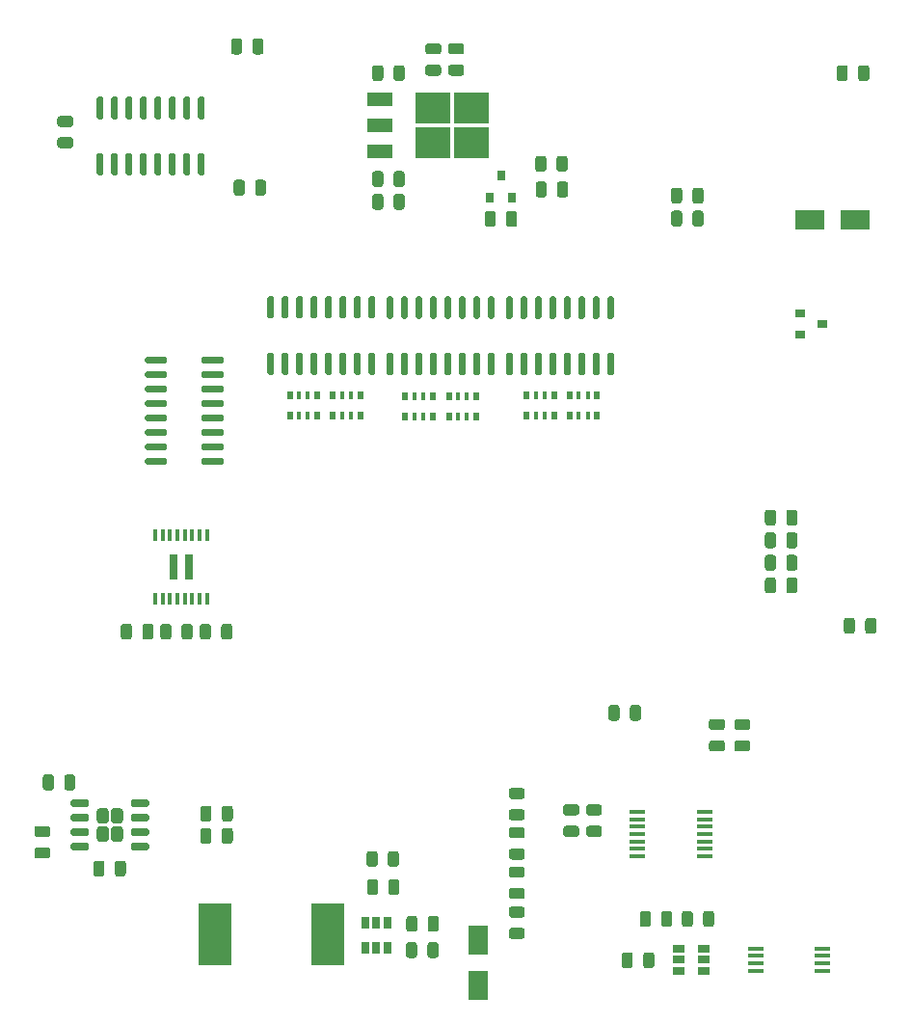
<source format=gbr>
G04 #@! TF.GenerationSoftware,KiCad,Pcbnew,(5.1.6)-1*
G04 #@! TF.CreationDate,2020-07-20T23:37:44+02:00*
G04 #@! TF.ProjectId,TrackRay_H02,54726163-6b52-4617-995f-4830322e6b69,rev?*
G04 #@! TF.SameCoordinates,Original*
G04 #@! TF.FileFunction,Paste,Bot*
G04 #@! TF.FilePolarity,Positive*
%FSLAX46Y46*%
G04 Gerber Fmt 4.6, Leading zero omitted, Abs format (unit mm)*
G04 Created by KiCad (PCBNEW (5.1.6)-1) date 2020-07-20 23:37:44*
%MOMM*%
%LPD*%
G01*
G04 APERTURE LIST*
%ADD10R,1.450000X0.450000*%
%ADD11R,2.500000X1.800000*%
%ADD12R,3.050000X2.750000*%
%ADD13R,2.200000X1.200000*%
%ADD14R,0.900000X0.800000*%
%ADD15R,2.900000X5.400000*%
%ADD16R,0.650000X1.060000*%
%ADD17R,1.060000X0.650000*%
%ADD18R,0.800000X2.300000*%
%ADD19R,0.450000X1.050000*%
%ADD20R,0.500000X0.800000*%
%ADD21R,0.400000X0.800000*%
%ADD22R,0.800000X0.900000*%
%ADD23R,1.800000X2.500000*%
G04 APERTURE END LIST*
G36*
G01*
X73750000Y-10443750D02*
X73750000Y-11356250D01*
G75*
G02*
X73506250Y-11600000I-243750J0D01*
G01*
X73018750Y-11600000D01*
G75*
G02*
X72775000Y-11356250I0J243750D01*
G01*
X72775000Y-10443750D01*
G75*
G02*
X73018750Y-10200000I243750J0D01*
G01*
X73506250Y-10200000D01*
G75*
G02*
X73750000Y-10443750I0J-243750D01*
G01*
G37*
G36*
G01*
X75625000Y-10443750D02*
X75625000Y-11356250D01*
G75*
G02*
X75381250Y-11600000I-243750J0D01*
G01*
X74893750Y-11600000D01*
G75*
G02*
X74650000Y-11356250I0J243750D01*
G01*
X74650000Y-10443750D01*
G75*
G02*
X74893750Y-10200000I243750J0D01*
G01*
X75381250Y-10200000D01*
G75*
G02*
X75625000Y-10443750I0J-243750D01*
G01*
G37*
D10*
X61141400Y-79674000D03*
X61141400Y-79024000D03*
X61141400Y-78374000D03*
X61141400Y-77724000D03*
X61141400Y-77074000D03*
X61141400Y-76424000D03*
X61141400Y-75774000D03*
X55241400Y-75774000D03*
X55241400Y-76424000D03*
X55241400Y-77074000D03*
X55241400Y-77724000D03*
X55241400Y-78374000D03*
X55241400Y-79024000D03*
X55241400Y-79674000D03*
G36*
G01*
X45134850Y-74632400D02*
X44222350Y-74632400D01*
G75*
G02*
X43978600Y-74388650I0J243750D01*
G01*
X43978600Y-73901150D01*
G75*
G02*
X44222350Y-73657400I243750J0D01*
G01*
X45134850Y-73657400D01*
G75*
G02*
X45378600Y-73901150I0J-243750D01*
G01*
X45378600Y-74388650D01*
G75*
G02*
X45134850Y-74632400I-243750J0D01*
G01*
G37*
G36*
G01*
X45134850Y-76507400D02*
X44222350Y-76507400D01*
G75*
G02*
X43978600Y-76263650I0J243750D01*
G01*
X43978600Y-75776150D01*
G75*
G02*
X44222350Y-75532400I243750J0D01*
G01*
X45134850Y-75532400D01*
G75*
G02*
X45378600Y-75776150I0J-243750D01*
G01*
X45378600Y-76263650D01*
G75*
G02*
X45134850Y-76507400I-243750J0D01*
G01*
G37*
D11*
X74400000Y-23800000D03*
X70400000Y-23800000D03*
G36*
G01*
X33350000Y-80356250D02*
X33350000Y-79443750D01*
G75*
G02*
X33593750Y-79200000I243750J0D01*
G01*
X34081250Y-79200000D01*
G75*
G02*
X34325000Y-79443750I0J-243750D01*
G01*
X34325000Y-80356250D01*
G75*
G02*
X34081250Y-80600000I-243750J0D01*
G01*
X33593750Y-80600000D01*
G75*
G02*
X33350000Y-80356250I0J243750D01*
G01*
G37*
G36*
G01*
X31475000Y-80356250D02*
X31475000Y-79443750D01*
G75*
G02*
X31718750Y-79200000I243750J0D01*
G01*
X32206250Y-79200000D01*
G75*
G02*
X32450000Y-79443750I0J-243750D01*
G01*
X32450000Y-80356250D01*
G75*
G02*
X32206250Y-80600000I-243750J0D01*
G01*
X31718750Y-80600000D01*
G75*
G02*
X31475000Y-80356250I0J243750D01*
G01*
G37*
G36*
G01*
X75275000Y-59881250D02*
X75275000Y-58968750D01*
G75*
G02*
X75518750Y-58725000I243750J0D01*
G01*
X76006250Y-58725000D01*
G75*
G02*
X76250000Y-58968750I0J-243750D01*
G01*
X76250000Y-59881250D01*
G75*
G02*
X76006250Y-60125000I-243750J0D01*
G01*
X75518750Y-60125000D01*
G75*
G02*
X75275000Y-59881250I0J243750D01*
G01*
G37*
G36*
G01*
X73400000Y-59881250D02*
X73400000Y-58968750D01*
G75*
G02*
X73643750Y-58725000I243750J0D01*
G01*
X74131250Y-58725000D01*
G75*
G02*
X74375000Y-58968750I0J-243750D01*
G01*
X74375000Y-59881250D01*
G75*
G02*
X74131250Y-60125000I-243750J0D01*
G01*
X73643750Y-60125000D01*
G75*
G02*
X73400000Y-59881250I0J243750D01*
G01*
G37*
D12*
X37300000Y-13975000D03*
X40650000Y-17025000D03*
X37300000Y-17025000D03*
X40650000Y-13975000D03*
D13*
X32675000Y-13220000D03*
X32675000Y-15500000D03*
X32675000Y-17780000D03*
G36*
G01*
X36848200Y-86054250D02*
X36848200Y-85141750D01*
G75*
G02*
X37091950Y-84898000I243750J0D01*
G01*
X37579450Y-84898000D01*
G75*
G02*
X37823200Y-85141750I0J-243750D01*
G01*
X37823200Y-86054250D01*
G75*
G02*
X37579450Y-86298000I-243750J0D01*
G01*
X37091950Y-86298000D01*
G75*
G02*
X36848200Y-86054250I0J243750D01*
G01*
G37*
G36*
G01*
X34973200Y-86054250D02*
X34973200Y-85141750D01*
G75*
G02*
X35216950Y-84898000I243750J0D01*
G01*
X35704450Y-84898000D01*
G75*
G02*
X35948200Y-85141750I0J-243750D01*
G01*
X35948200Y-86054250D01*
G75*
G02*
X35704450Y-86298000I-243750J0D01*
G01*
X35216950Y-86298000D01*
G75*
G02*
X34973200Y-86054250I0J243750D01*
G01*
G37*
G36*
G01*
X36822800Y-88365650D02*
X36822800Y-87453150D01*
G75*
G02*
X37066550Y-87209400I243750J0D01*
G01*
X37554050Y-87209400D01*
G75*
G02*
X37797800Y-87453150I0J-243750D01*
G01*
X37797800Y-88365650D01*
G75*
G02*
X37554050Y-88609400I-243750J0D01*
G01*
X37066550Y-88609400D01*
G75*
G02*
X36822800Y-88365650I0J243750D01*
G01*
G37*
G36*
G01*
X34947800Y-88365650D02*
X34947800Y-87453150D01*
G75*
G02*
X35191550Y-87209400I243750J0D01*
G01*
X35679050Y-87209400D01*
G75*
G02*
X35922800Y-87453150I0J-243750D01*
G01*
X35922800Y-88365650D01*
G75*
G02*
X35679050Y-88609400I-243750J0D01*
G01*
X35191550Y-88609400D01*
G75*
G02*
X34947800Y-88365650I0J243750D01*
G01*
G37*
G36*
G01*
X3453450Y-77985200D02*
X2540950Y-77985200D01*
G75*
G02*
X2297200Y-77741450I0J243750D01*
G01*
X2297200Y-77253950D01*
G75*
G02*
X2540950Y-77010200I243750J0D01*
G01*
X3453450Y-77010200D01*
G75*
G02*
X3697200Y-77253950I0J-243750D01*
G01*
X3697200Y-77741450D01*
G75*
G02*
X3453450Y-77985200I-243750J0D01*
G01*
G37*
G36*
G01*
X3453450Y-79860200D02*
X2540950Y-79860200D01*
G75*
G02*
X2297200Y-79616450I0J243750D01*
G01*
X2297200Y-79128950D01*
G75*
G02*
X2540950Y-78885200I243750J0D01*
G01*
X3453450Y-78885200D01*
G75*
G02*
X3697200Y-79128950I0J-243750D01*
G01*
X3697200Y-79616450D01*
G75*
G02*
X3453450Y-79860200I-243750J0D01*
G01*
G37*
G36*
G01*
X60129000Y-84709950D02*
X60129000Y-85622450D01*
G75*
G02*
X59885250Y-85866200I-243750J0D01*
G01*
X59397750Y-85866200D01*
G75*
G02*
X59154000Y-85622450I0J243750D01*
G01*
X59154000Y-84709950D01*
G75*
G02*
X59397750Y-84466200I243750J0D01*
G01*
X59885250Y-84466200D01*
G75*
G02*
X60129000Y-84709950I0J-243750D01*
G01*
G37*
G36*
G01*
X62004000Y-84709950D02*
X62004000Y-85622450D01*
G75*
G02*
X61760250Y-85866200I-243750J0D01*
G01*
X61272750Y-85866200D01*
G75*
G02*
X61029000Y-85622450I0J243750D01*
G01*
X61029000Y-84709950D01*
G75*
G02*
X61272750Y-84466200I243750J0D01*
G01*
X61760250Y-84466200D01*
G75*
G02*
X62004000Y-84709950I0J-243750D01*
G01*
G37*
G36*
G01*
X54871200Y-88342150D02*
X54871200Y-89254650D01*
G75*
G02*
X54627450Y-89498400I-243750J0D01*
G01*
X54139950Y-89498400D01*
G75*
G02*
X53896200Y-89254650I0J243750D01*
G01*
X53896200Y-88342150D01*
G75*
G02*
X54139950Y-88098400I243750J0D01*
G01*
X54627450Y-88098400D01*
G75*
G02*
X54871200Y-88342150I0J-243750D01*
G01*
G37*
G36*
G01*
X56746200Y-88342150D02*
X56746200Y-89254650D01*
G75*
G02*
X56502450Y-89498400I-243750J0D01*
G01*
X56014950Y-89498400D01*
G75*
G02*
X55771200Y-89254650I0J243750D01*
G01*
X55771200Y-88342150D01*
G75*
G02*
X56014950Y-88098400I243750J0D01*
G01*
X56502450Y-88098400D01*
G75*
G02*
X56746200Y-88342150I0J-243750D01*
G01*
G37*
D14*
X71545200Y-32933600D03*
X69545200Y-31983600D03*
X69545200Y-33883600D03*
D15*
X28038600Y-86537800D03*
X18138600Y-86537800D03*
D16*
X32334200Y-87688600D03*
X31384200Y-87688600D03*
X33284200Y-87688600D03*
X33284200Y-85488600D03*
X32334200Y-85488600D03*
X31384200Y-85488600D03*
D17*
X58869400Y-88747600D03*
X58869400Y-87797600D03*
X58869400Y-89697600D03*
X61069400Y-89697600D03*
X61069400Y-88747600D03*
X61069400Y-87797600D03*
D18*
X15849200Y-54254400D03*
X14529200Y-54254400D03*
D19*
X12914200Y-57029400D03*
X13564200Y-57029400D03*
X14214200Y-57029400D03*
X14864200Y-57029400D03*
X15514200Y-57029400D03*
X16164200Y-57029400D03*
X16814200Y-57029400D03*
X17464200Y-57029400D03*
X17464200Y-51479400D03*
X16814200Y-51479400D03*
X16164200Y-51479400D03*
X15514200Y-51479400D03*
X14864200Y-51479400D03*
X14214200Y-51479400D03*
X13564200Y-51479400D03*
X12914200Y-51479400D03*
G36*
G01*
X16968600Y-45133400D02*
X16968600Y-44833400D01*
G75*
G02*
X17118600Y-44683400I150000J0D01*
G01*
X18768600Y-44683400D01*
G75*
G02*
X18918600Y-44833400I0J-150000D01*
G01*
X18918600Y-45133400D01*
G75*
G02*
X18768600Y-45283400I-150000J0D01*
G01*
X17118600Y-45283400D01*
G75*
G02*
X16968600Y-45133400I0J150000D01*
G01*
G37*
G36*
G01*
X16968600Y-43863400D02*
X16968600Y-43563400D01*
G75*
G02*
X17118600Y-43413400I150000J0D01*
G01*
X18768600Y-43413400D01*
G75*
G02*
X18918600Y-43563400I0J-150000D01*
G01*
X18918600Y-43863400D01*
G75*
G02*
X18768600Y-44013400I-150000J0D01*
G01*
X17118600Y-44013400D01*
G75*
G02*
X16968600Y-43863400I0J150000D01*
G01*
G37*
G36*
G01*
X16968600Y-42593400D02*
X16968600Y-42293400D01*
G75*
G02*
X17118600Y-42143400I150000J0D01*
G01*
X18768600Y-42143400D01*
G75*
G02*
X18918600Y-42293400I0J-150000D01*
G01*
X18918600Y-42593400D01*
G75*
G02*
X18768600Y-42743400I-150000J0D01*
G01*
X17118600Y-42743400D01*
G75*
G02*
X16968600Y-42593400I0J150000D01*
G01*
G37*
G36*
G01*
X16968600Y-41323400D02*
X16968600Y-41023400D01*
G75*
G02*
X17118600Y-40873400I150000J0D01*
G01*
X18768600Y-40873400D01*
G75*
G02*
X18918600Y-41023400I0J-150000D01*
G01*
X18918600Y-41323400D01*
G75*
G02*
X18768600Y-41473400I-150000J0D01*
G01*
X17118600Y-41473400D01*
G75*
G02*
X16968600Y-41323400I0J150000D01*
G01*
G37*
G36*
G01*
X16968600Y-40053400D02*
X16968600Y-39753400D01*
G75*
G02*
X17118600Y-39603400I150000J0D01*
G01*
X18768600Y-39603400D01*
G75*
G02*
X18918600Y-39753400I0J-150000D01*
G01*
X18918600Y-40053400D01*
G75*
G02*
X18768600Y-40203400I-150000J0D01*
G01*
X17118600Y-40203400D01*
G75*
G02*
X16968600Y-40053400I0J150000D01*
G01*
G37*
G36*
G01*
X16968600Y-38783400D02*
X16968600Y-38483400D01*
G75*
G02*
X17118600Y-38333400I150000J0D01*
G01*
X18768600Y-38333400D01*
G75*
G02*
X18918600Y-38483400I0J-150000D01*
G01*
X18918600Y-38783400D01*
G75*
G02*
X18768600Y-38933400I-150000J0D01*
G01*
X17118600Y-38933400D01*
G75*
G02*
X16968600Y-38783400I0J150000D01*
G01*
G37*
G36*
G01*
X16968600Y-37513400D02*
X16968600Y-37213400D01*
G75*
G02*
X17118600Y-37063400I150000J0D01*
G01*
X18768600Y-37063400D01*
G75*
G02*
X18918600Y-37213400I0J-150000D01*
G01*
X18918600Y-37513400D01*
G75*
G02*
X18768600Y-37663400I-150000J0D01*
G01*
X17118600Y-37663400D01*
G75*
G02*
X16968600Y-37513400I0J150000D01*
G01*
G37*
G36*
G01*
X16968600Y-36243400D02*
X16968600Y-35943400D01*
G75*
G02*
X17118600Y-35793400I150000J0D01*
G01*
X18768600Y-35793400D01*
G75*
G02*
X18918600Y-35943400I0J-150000D01*
G01*
X18918600Y-36243400D01*
G75*
G02*
X18768600Y-36393400I-150000J0D01*
G01*
X17118600Y-36393400D01*
G75*
G02*
X16968600Y-36243400I0J150000D01*
G01*
G37*
G36*
G01*
X12018600Y-36243400D02*
X12018600Y-35943400D01*
G75*
G02*
X12168600Y-35793400I150000J0D01*
G01*
X13818600Y-35793400D01*
G75*
G02*
X13968600Y-35943400I0J-150000D01*
G01*
X13968600Y-36243400D01*
G75*
G02*
X13818600Y-36393400I-150000J0D01*
G01*
X12168600Y-36393400D01*
G75*
G02*
X12018600Y-36243400I0J150000D01*
G01*
G37*
G36*
G01*
X12018600Y-37513400D02*
X12018600Y-37213400D01*
G75*
G02*
X12168600Y-37063400I150000J0D01*
G01*
X13818600Y-37063400D01*
G75*
G02*
X13968600Y-37213400I0J-150000D01*
G01*
X13968600Y-37513400D01*
G75*
G02*
X13818600Y-37663400I-150000J0D01*
G01*
X12168600Y-37663400D01*
G75*
G02*
X12018600Y-37513400I0J150000D01*
G01*
G37*
G36*
G01*
X12018600Y-38783400D02*
X12018600Y-38483400D01*
G75*
G02*
X12168600Y-38333400I150000J0D01*
G01*
X13818600Y-38333400D01*
G75*
G02*
X13968600Y-38483400I0J-150000D01*
G01*
X13968600Y-38783400D01*
G75*
G02*
X13818600Y-38933400I-150000J0D01*
G01*
X12168600Y-38933400D01*
G75*
G02*
X12018600Y-38783400I0J150000D01*
G01*
G37*
G36*
G01*
X12018600Y-40053400D02*
X12018600Y-39753400D01*
G75*
G02*
X12168600Y-39603400I150000J0D01*
G01*
X13818600Y-39603400D01*
G75*
G02*
X13968600Y-39753400I0J-150000D01*
G01*
X13968600Y-40053400D01*
G75*
G02*
X13818600Y-40203400I-150000J0D01*
G01*
X12168600Y-40203400D01*
G75*
G02*
X12018600Y-40053400I0J150000D01*
G01*
G37*
G36*
G01*
X12018600Y-41323400D02*
X12018600Y-41023400D01*
G75*
G02*
X12168600Y-40873400I150000J0D01*
G01*
X13818600Y-40873400D01*
G75*
G02*
X13968600Y-41023400I0J-150000D01*
G01*
X13968600Y-41323400D01*
G75*
G02*
X13818600Y-41473400I-150000J0D01*
G01*
X12168600Y-41473400D01*
G75*
G02*
X12018600Y-41323400I0J150000D01*
G01*
G37*
G36*
G01*
X12018600Y-42593400D02*
X12018600Y-42293400D01*
G75*
G02*
X12168600Y-42143400I150000J0D01*
G01*
X13818600Y-42143400D01*
G75*
G02*
X13968600Y-42293400I0J-150000D01*
G01*
X13968600Y-42593400D01*
G75*
G02*
X13818600Y-42743400I-150000J0D01*
G01*
X12168600Y-42743400D01*
G75*
G02*
X12018600Y-42593400I0J150000D01*
G01*
G37*
G36*
G01*
X12018600Y-43863400D02*
X12018600Y-43563400D01*
G75*
G02*
X12168600Y-43413400I150000J0D01*
G01*
X13818600Y-43413400D01*
G75*
G02*
X13968600Y-43563400I0J-150000D01*
G01*
X13968600Y-43863400D01*
G75*
G02*
X13818600Y-44013400I-150000J0D01*
G01*
X12168600Y-44013400D01*
G75*
G02*
X12018600Y-43863400I0J150000D01*
G01*
G37*
G36*
G01*
X12018600Y-45133400D02*
X12018600Y-44833400D01*
G75*
G02*
X12168600Y-44683400I150000J0D01*
G01*
X13818600Y-44683400D01*
G75*
G02*
X13968600Y-44833400I0J-150000D01*
G01*
X13968600Y-45133400D01*
G75*
G02*
X13818600Y-45283400I-150000J0D01*
G01*
X12168600Y-45283400D01*
G75*
G02*
X12018600Y-45133400I0J150000D01*
G01*
G37*
G36*
G01*
X42593400Y-37409800D02*
X42293400Y-37409800D01*
G75*
G02*
X42143400Y-37259800I0J150000D01*
G01*
X42143400Y-35609800D01*
G75*
G02*
X42293400Y-35459800I150000J0D01*
G01*
X42593400Y-35459800D01*
G75*
G02*
X42743400Y-35609800I0J-150000D01*
G01*
X42743400Y-37259800D01*
G75*
G02*
X42593400Y-37409800I-150000J0D01*
G01*
G37*
G36*
G01*
X41323400Y-37409800D02*
X41023400Y-37409800D01*
G75*
G02*
X40873400Y-37259800I0J150000D01*
G01*
X40873400Y-35609800D01*
G75*
G02*
X41023400Y-35459800I150000J0D01*
G01*
X41323400Y-35459800D01*
G75*
G02*
X41473400Y-35609800I0J-150000D01*
G01*
X41473400Y-37259800D01*
G75*
G02*
X41323400Y-37409800I-150000J0D01*
G01*
G37*
G36*
G01*
X40053400Y-37409800D02*
X39753400Y-37409800D01*
G75*
G02*
X39603400Y-37259800I0J150000D01*
G01*
X39603400Y-35609800D01*
G75*
G02*
X39753400Y-35459800I150000J0D01*
G01*
X40053400Y-35459800D01*
G75*
G02*
X40203400Y-35609800I0J-150000D01*
G01*
X40203400Y-37259800D01*
G75*
G02*
X40053400Y-37409800I-150000J0D01*
G01*
G37*
G36*
G01*
X38783400Y-37409800D02*
X38483400Y-37409800D01*
G75*
G02*
X38333400Y-37259800I0J150000D01*
G01*
X38333400Y-35609800D01*
G75*
G02*
X38483400Y-35459800I150000J0D01*
G01*
X38783400Y-35459800D01*
G75*
G02*
X38933400Y-35609800I0J-150000D01*
G01*
X38933400Y-37259800D01*
G75*
G02*
X38783400Y-37409800I-150000J0D01*
G01*
G37*
G36*
G01*
X37513400Y-37409800D02*
X37213400Y-37409800D01*
G75*
G02*
X37063400Y-37259800I0J150000D01*
G01*
X37063400Y-35609800D01*
G75*
G02*
X37213400Y-35459800I150000J0D01*
G01*
X37513400Y-35459800D01*
G75*
G02*
X37663400Y-35609800I0J-150000D01*
G01*
X37663400Y-37259800D01*
G75*
G02*
X37513400Y-37409800I-150000J0D01*
G01*
G37*
G36*
G01*
X36243400Y-37409800D02*
X35943400Y-37409800D01*
G75*
G02*
X35793400Y-37259800I0J150000D01*
G01*
X35793400Y-35609800D01*
G75*
G02*
X35943400Y-35459800I150000J0D01*
G01*
X36243400Y-35459800D01*
G75*
G02*
X36393400Y-35609800I0J-150000D01*
G01*
X36393400Y-37259800D01*
G75*
G02*
X36243400Y-37409800I-150000J0D01*
G01*
G37*
G36*
G01*
X34973400Y-37409800D02*
X34673400Y-37409800D01*
G75*
G02*
X34523400Y-37259800I0J150000D01*
G01*
X34523400Y-35609800D01*
G75*
G02*
X34673400Y-35459800I150000J0D01*
G01*
X34973400Y-35459800D01*
G75*
G02*
X35123400Y-35609800I0J-150000D01*
G01*
X35123400Y-37259800D01*
G75*
G02*
X34973400Y-37409800I-150000J0D01*
G01*
G37*
G36*
G01*
X33703400Y-37409800D02*
X33403400Y-37409800D01*
G75*
G02*
X33253400Y-37259800I0J150000D01*
G01*
X33253400Y-35609800D01*
G75*
G02*
X33403400Y-35459800I150000J0D01*
G01*
X33703400Y-35459800D01*
G75*
G02*
X33853400Y-35609800I0J-150000D01*
G01*
X33853400Y-37259800D01*
G75*
G02*
X33703400Y-37409800I-150000J0D01*
G01*
G37*
G36*
G01*
X33703400Y-32459800D02*
X33403400Y-32459800D01*
G75*
G02*
X33253400Y-32309800I0J150000D01*
G01*
X33253400Y-30659800D01*
G75*
G02*
X33403400Y-30509800I150000J0D01*
G01*
X33703400Y-30509800D01*
G75*
G02*
X33853400Y-30659800I0J-150000D01*
G01*
X33853400Y-32309800D01*
G75*
G02*
X33703400Y-32459800I-150000J0D01*
G01*
G37*
G36*
G01*
X34973400Y-32459800D02*
X34673400Y-32459800D01*
G75*
G02*
X34523400Y-32309800I0J150000D01*
G01*
X34523400Y-30659800D01*
G75*
G02*
X34673400Y-30509800I150000J0D01*
G01*
X34973400Y-30509800D01*
G75*
G02*
X35123400Y-30659800I0J-150000D01*
G01*
X35123400Y-32309800D01*
G75*
G02*
X34973400Y-32459800I-150000J0D01*
G01*
G37*
G36*
G01*
X36243400Y-32459800D02*
X35943400Y-32459800D01*
G75*
G02*
X35793400Y-32309800I0J150000D01*
G01*
X35793400Y-30659800D01*
G75*
G02*
X35943400Y-30509800I150000J0D01*
G01*
X36243400Y-30509800D01*
G75*
G02*
X36393400Y-30659800I0J-150000D01*
G01*
X36393400Y-32309800D01*
G75*
G02*
X36243400Y-32459800I-150000J0D01*
G01*
G37*
G36*
G01*
X37513400Y-32459800D02*
X37213400Y-32459800D01*
G75*
G02*
X37063400Y-32309800I0J150000D01*
G01*
X37063400Y-30659800D01*
G75*
G02*
X37213400Y-30509800I150000J0D01*
G01*
X37513400Y-30509800D01*
G75*
G02*
X37663400Y-30659800I0J-150000D01*
G01*
X37663400Y-32309800D01*
G75*
G02*
X37513400Y-32459800I-150000J0D01*
G01*
G37*
G36*
G01*
X38783400Y-32459800D02*
X38483400Y-32459800D01*
G75*
G02*
X38333400Y-32309800I0J150000D01*
G01*
X38333400Y-30659800D01*
G75*
G02*
X38483400Y-30509800I150000J0D01*
G01*
X38783400Y-30509800D01*
G75*
G02*
X38933400Y-30659800I0J-150000D01*
G01*
X38933400Y-32309800D01*
G75*
G02*
X38783400Y-32459800I-150000J0D01*
G01*
G37*
G36*
G01*
X40053400Y-32459800D02*
X39753400Y-32459800D01*
G75*
G02*
X39603400Y-32309800I0J150000D01*
G01*
X39603400Y-30659800D01*
G75*
G02*
X39753400Y-30509800I150000J0D01*
G01*
X40053400Y-30509800D01*
G75*
G02*
X40203400Y-30659800I0J-150000D01*
G01*
X40203400Y-32309800D01*
G75*
G02*
X40053400Y-32459800I-150000J0D01*
G01*
G37*
G36*
G01*
X41323400Y-32459800D02*
X41023400Y-32459800D01*
G75*
G02*
X40873400Y-32309800I0J150000D01*
G01*
X40873400Y-30659800D01*
G75*
G02*
X41023400Y-30509800I150000J0D01*
G01*
X41323400Y-30509800D01*
G75*
G02*
X41473400Y-30659800I0J-150000D01*
G01*
X41473400Y-32309800D01*
G75*
G02*
X41323400Y-32459800I-150000J0D01*
G01*
G37*
G36*
G01*
X42593400Y-32459800D02*
X42293400Y-32459800D01*
G75*
G02*
X42143400Y-32309800I0J150000D01*
G01*
X42143400Y-30659800D01*
G75*
G02*
X42293400Y-30509800I150000J0D01*
G01*
X42593400Y-30509800D01*
G75*
G02*
X42743400Y-30659800I0J-150000D01*
G01*
X42743400Y-32309800D01*
G75*
G02*
X42593400Y-32459800I-150000J0D01*
G01*
G37*
G36*
G01*
X32103200Y-37398600D02*
X31803200Y-37398600D01*
G75*
G02*
X31653200Y-37248600I0J150000D01*
G01*
X31653200Y-35598600D01*
G75*
G02*
X31803200Y-35448600I150000J0D01*
G01*
X32103200Y-35448600D01*
G75*
G02*
X32253200Y-35598600I0J-150000D01*
G01*
X32253200Y-37248600D01*
G75*
G02*
X32103200Y-37398600I-150000J0D01*
G01*
G37*
G36*
G01*
X30833200Y-37398600D02*
X30533200Y-37398600D01*
G75*
G02*
X30383200Y-37248600I0J150000D01*
G01*
X30383200Y-35598600D01*
G75*
G02*
X30533200Y-35448600I150000J0D01*
G01*
X30833200Y-35448600D01*
G75*
G02*
X30983200Y-35598600I0J-150000D01*
G01*
X30983200Y-37248600D01*
G75*
G02*
X30833200Y-37398600I-150000J0D01*
G01*
G37*
G36*
G01*
X29563200Y-37398600D02*
X29263200Y-37398600D01*
G75*
G02*
X29113200Y-37248600I0J150000D01*
G01*
X29113200Y-35598600D01*
G75*
G02*
X29263200Y-35448600I150000J0D01*
G01*
X29563200Y-35448600D01*
G75*
G02*
X29713200Y-35598600I0J-150000D01*
G01*
X29713200Y-37248600D01*
G75*
G02*
X29563200Y-37398600I-150000J0D01*
G01*
G37*
G36*
G01*
X28293200Y-37398600D02*
X27993200Y-37398600D01*
G75*
G02*
X27843200Y-37248600I0J150000D01*
G01*
X27843200Y-35598600D01*
G75*
G02*
X27993200Y-35448600I150000J0D01*
G01*
X28293200Y-35448600D01*
G75*
G02*
X28443200Y-35598600I0J-150000D01*
G01*
X28443200Y-37248600D01*
G75*
G02*
X28293200Y-37398600I-150000J0D01*
G01*
G37*
G36*
G01*
X27023200Y-37398600D02*
X26723200Y-37398600D01*
G75*
G02*
X26573200Y-37248600I0J150000D01*
G01*
X26573200Y-35598600D01*
G75*
G02*
X26723200Y-35448600I150000J0D01*
G01*
X27023200Y-35448600D01*
G75*
G02*
X27173200Y-35598600I0J-150000D01*
G01*
X27173200Y-37248600D01*
G75*
G02*
X27023200Y-37398600I-150000J0D01*
G01*
G37*
G36*
G01*
X25753200Y-37398600D02*
X25453200Y-37398600D01*
G75*
G02*
X25303200Y-37248600I0J150000D01*
G01*
X25303200Y-35598600D01*
G75*
G02*
X25453200Y-35448600I150000J0D01*
G01*
X25753200Y-35448600D01*
G75*
G02*
X25903200Y-35598600I0J-150000D01*
G01*
X25903200Y-37248600D01*
G75*
G02*
X25753200Y-37398600I-150000J0D01*
G01*
G37*
G36*
G01*
X24483200Y-37398600D02*
X24183200Y-37398600D01*
G75*
G02*
X24033200Y-37248600I0J150000D01*
G01*
X24033200Y-35598600D01*
G75*
G02*
X24183200Y-35448600I150000J0D01*
G01*
X24483200Y-35448600D01*
G75*
G02*
X24633200Y-35598600I0J-150000D01*
G01*
X24633200Y-37248600D01*
G75*
G02*
X24483200Y-37398600I-150000J0D01*
G01*
G37*
G36*
G01*
X23213200Y-37398600D02*
X22913200Y-37398600D01*
G75*
G02*
X22763200Y-37248600I0J150000D01*
G01*
X22763200Y-35598600D01*
G75*
G02*
X22913200Y-35448600I150000J0D01*
G01*
X23213200Y-35448600D01*
G75*
G02*
X23363200Y-35598600I0J-150000D01*
G01*
X23363200Y-37248600D01*
G75*
G02*
X23213200Y-37398600I-150000J0D01*
G01*
G37*
G36*
G01*
X23213200Y-32448600D02*
X22913200Y-32448600D01*
G75*
G02*
X22763200Y-32298600I0J150000D01*
G01*
X22763200Y-30648600D01*
G75*
G02*
X22913200Y-30498600I150000J0D01*
G01*
X23213200Y-30498600D01*
G75*
G02*
X23363200Y-30648600I0J-150000D01*
G01*
X23363200Y-32298600D01*
G75*
G02*
X23213200Y-32448600I-150000J0D01*
G01*
G37*
G36*
G01*
X24483200Y-32448600D02*
X24183200Y-32448600D01*
G75*
G02*
X24033200Y-32298600I0J150000D01*
G01*
X24033200Y-30648600D01*
G75*
G02*
X24183200Y-30498600I150000J0D01*
G01*
X24483200Y-30498600D01*
G75*
G02*
X24633200Y-30648600I0J-150000D01*
G01*
X24633200Y-32298600D01*
G75*
G02*
X24483200Y-32448600I-150000J0D01*
G01*
G37*
G36*
G01*
X25753200Y-32448600D02*
X25453200Y-32448600D01*
G75*
G02*
X25303200Y-32298600I0J150000D01*
G01*
X25303200Y-30648600D01*
G75*
G02*
X25453200Y-30498600I150000J0D01*
G01*
X25753200Y-30498600D01*
G75*
G02*
X25903200Y-30648600I0J-150000D01*
G01*
X25903200Y-32298600D01*
G75*
G02*
X25753200Y-32448600I-150000J0D01*
G01*
G37*
G36*
G01*
X27023200Y-32448600D02*
X26723200Y-32448600D01*
G75*
G02*
X26573200Y-32298600I0J150000D01*
G01*
X26573200Y-30648600D01*
G75*
G02*
X26723200Y-30498600I150000J0D01*
G01*
X27023200Y-30498600D01*
G75*
G02*
X27173200Y-30648600I0J-150000D01*
G01*
X27173200Y-32298600D01*
G75*
G02*
X27023200Y-32448600I-150000J0D01*
G01*
G37*
G36*
G01*
X28293200Y-32448600D02*
X27993200Y-32448600D01*
G75*
G02*
X27843200Y-32298600I0J150000D01*
G01*
X27843200Y-30648600D01*
G75*
G02*
X27993200Y-30498600I150000J0D01*
G01*
X28293200Y-30498600D01*
G75*
G02*
X28443200Y-30648600I0J-150000D01*
G01*
X28443200Y-32298600D01*
G75*
G02*
X28293200Y-32448600I-150000J0D01*
G01*
G37*
G36*
G01*
X29563200Y-32448600D02*
X29263200Y-32448600D01*
G75*
G02*
X29113200Y-32298600I0J150000D01*
G01*
X29113200Y-30648600D01*
G75*
G02*
X29263200Y-30498600I150000J0D01*
G01*
X29563200Y-30498600D01*
G75*
G02*
X29713200Y-30648600I0J-150000D01*
G01*
X29713200Y-32298600D01*
G75*
G02*
X29563200Y-32448600I-150000J0D01*
G01*
G37*
G36*
G01*
X30833200Y-32448600D02*
X30533200Y-32448600D01*
G75*
G02*
X30383200Y-32298600I0J150000D01*
G01*
X30383200Y-30648600D01*
G75*
G02*
X30533200Y-30498600I150000J0D01*
G01*
X30833200Y-30498600D01*
G75*
G02*
X30983200Y-30648600I0J-150000D01*
G01*
X30983200Y-32298600D01*
G75*
G02*
X30833200Y-32448600I-150000J0D01*
G01*
G37*
G36*
G01*
X32103200Y-32448600D02*
X31803200Y-32448600D01*
G75*
G02*
X31653200Y-32298600I0J150000D01*
G01*
X31653200Y-30648600D01*
G75*
G02*
X31803200Y-30498600I150000J0D01*
G01*
X32103200Y-30498600D01*
G75*
G02*
X32253200Y-30648600I0J-150000D01*
G01*
X32253200Y-32298600D01*
G75*
G02*
X32103200Y-32448600I-150000J0D01*
G01*
G37*
G36*
G01*
X53058200Y-37409800D02*
X52758200Y-37409800D01*
G75*
G02*
X52608200Y-37259800I0J150000D01*
G01*
X52608200Y-35609800D01*
G75*
G02*
X52758200Y-35459800I150000J0D01*
G01*
X53058200Y-35459800D01*
G75*
G02*
X53208200Y-35609800I0J-150000D01*
G01*
X53208200Y-37259800D01*
G75*
G02*
X53058200Y-37409800I-150000J0D01*
G01*
G37*
G36*
G01*
X51788200Y-37409800D02*
X51488200Y-37409800D01*
G75*
G02*
X51338200Y-37259800I0J150000D01*
G01*
X51338200Y-35609800D01*
G75*
G02*
X51488200Y-35459800I150000J0D01*
G01*
X51788200Y-35459800D01*
G75*
G02*
X51938200Y-35609800I0J-150000D01*
G01*
X51938200Y-37259800D01*
G75*
G02*
X51788200Y-37409800I-150000J0D01*
G01*
G37*
G36*
G01*
X50518200Y-37409800D02*
X50218200Y-37409800D01*
G75*
G02*
X50068200Y-37259800I0J150000D01*
G01*
X50068200Y-35609800D01*
G75*
G02*
X50218200Y-35459800I150000J0D01*
G01*
X50518200Y-35459800D01*
G75*
G02*
X50668200Y-35609800I0J-150000D01*
G01*
X50668200Y-37259800D01*
G75*
G02*
X50518200Y-37409800I-150000J0D01*
G01*
G37*
G36*
G01*
X49248200Y-37409800D02*
X48948200Y-37409800D01*
G75*
G02*
X48798200Y-37259800I0J150000D01*
G01*
X48798200Y-35609800D01*
G75*
G02*
X48948200Y-35459800I150000J0D01*
G01*
X49248200Y-35459800D01*
G75*
G02*
X49398200Y-35609800I0J-150000D01*
G01*
X49398200Y-37259800D01*
G75*
G02*
X49248200Y-37409800I-150000J0D01*
G01*
G37*
G36*
G01*
X47978200Y-37409800D02*
X47678200Y-37409800D01*
G75*
G02*
X47528200Y-37259800I0J150000D01*
G01*
X47528200Y-35609800D01*
G75*
G02*
X47678200Y-35459800I150000J0D01*
G01*
X47978200Y-35459800D01*
G75*
G02*
X48128200Y-35609800I0J-150000D01*
G01*
X48128200Y-37259800D01*
G75*
G02*
X47978200Y-37409800I-150000J0D01*
G01*
G37*
G36*
G01*
X46708200Y-37409800D02*
X46408200Y-37409800D01*
G75*
G02*
X46258200Y-37259800I0J150000D01*
G01*
X46258200Y-35609800D01*
G75*
G02*
X46408200Y-35459800I150000J0D01*
G01*
X46708200Y-35459800D01*
G75*
G02*
X46858200Y-35609800I0J-150000D01*
G01*
X46858200Y-37259800D01*
G75*
G02*
X46708200Y-37409800I-150000J0D01*
G01*
G37*
G36*
G01*
X45438200Y-37409800D02*
X45138200Y-37409800D01*
G75*
G02*
X44988200Y-37259800I0J150000D01*
G01*
X44988200Y-35609800D01*
G75*
G02*
X45138200Y-35459800I150000J0D01*
G01*
X45438200Y-35459800D01*
G75*
G02*
X45588200Y-35609800I0J-150000D01*
G01*
X45588200Y-37259800D01*
G75*
G02*
X45438200Y-37409800I-150000J0D01*
G01*
G37*
G36*
G01*
X44168200Y-37409800D02*
X43868200Y-37409800D01*
G75*
G02*
X43718200Y-37259800I0J150000D01*
G01*
X43718200Y-35609800D01*
G75*
G02*
X43868200Y-35459800I150000J0D01*
G01*
X44168200Y-35459800D01*
G75*
G02*
X44318200Y-35609800I0J-150000D01*
G01*
X44318200Y-37259800D01*
G75*
G02*
X44168200Y-37409800I-150000J0D01*
G01*
G37*
G36*
G01*
X44168200Y-32459800D02*
X43868200Y-32459800D01*
G75*
G02*
X43718200Y-32309800I0J150000D01*
G01*
X43718200Y-30659800D01*
G75*
G02*
X43868200Y-30509800I150000J0D01*
G01*
X44168200Y-30509800D01*
G75*
G02*
X44318200Y-30659800I0J-150000D01*
G01*
X44318200Y-32309800D01*
G75*
G02*
X44168200Y-32459800I-150000J0D01*
G01*
G37*
G36*
G01*
X45438200Y-32459800D02*
X45138200Y-32459800D01*
G75*
G02*
X44988200Y-32309800I0J150000D01*
G01*
X44988200Y-30659800D01*
G75*
G02*
X45138200Y-30509800I150000J0D01*
G01*
X45438200Y-30509800D01*
G75*
G02*
X45588200Y-30659800I0J-150000D01*
G01*
X45588200Y-32309800D01*
G75*
G02*
X45438200Y-32459800I-150000J0D01*
G01*
G37*
G36*
G01*
X46708200Y-32459800D02*
X46408200Y-32459800D01*
G75*
G02*
X46258200Y-32309800I0J150000D01*
G01*
X46258200Y-30659800D01*
G75*
G02*
X46408200Y-30509800I150000J0D01*
G01*
X46708200Y-30509800D01*
G75*
G02*
X46858200Y-30659800I0J-150000D01*
G01*
X46858200Y-32309800D01*
G75*
G02*
X46708200Y-32459800I-150000J0D01*
G01*
G37*
G36*
G01*
X47978200Y-32459800D02*
X47678200Y-32459800D01*
G75*
G02*
X47528200Y-32309800I0J150000D01*
G01*
X47528200Y-30659800D01*
G75*
G02*
X47678200Y-30509800I150000J0D01*
G01*
X47978200Y-30509800D01*
G75*
G02*
X48128200Y-30659800I0J-150000D01*
G01*
X48128200Y-32309800D01*
G75*
G02*
X47978200Y-32459800I-150000J0D01*
G01*
G37*
G36*
G01*
X49248200Y-32459800D02*
X48948200Y-32459800D01*
G75*
G02*
X48798200Y-32309800I0J150000D01*
G01*
X48798200Y-30659800D01*
G75*
G02*
X48948200Y-30509800I150000J0D01*
G01*
X49248200Y-30509800D01*
G75*
G02*
X49398200Y-30659800I0J-150000D01*
G01*
X49398200Y-32309800D01*
G75*
G02*
X49248200Y-32459800I-150000J0D01*
G01*
G37*
G36*
G01*
X50518200Y-32459800D02*
X50218200Y-32459800D01*
G75*
G02*
X50068200Y-32309800I0J150000D01*
G01*
X50068200Y-30659800D01*
G75*
G02*
X50218200Y-30509800I150000J0D01*
G01*
X50518200Y-30509800D01*
G75*
G02*
X50668200Y-30659800I0J-150000D01*
G01*
X50668200Y-32309800D01*
G75*
G02*
X50518200Y-32459800I-150000J0D01*
G01*
G37*
G36*
G01*
X51788200Y-32459800D02*
X51488200Y-32459800D01*
G75*
G02*
X51338200Y-32309800I0J150000D01*
G01*
X51338200Y-30659800D01*
G75*
G02*
X51488200Y-30509800I150000J0D01*
G01*
X51788200Y-30509800D01*
G75*
G02*
X51938200Y-30659800I0J-150000D01*
G01*
X51938200Y-32309800D01*
G75*
G02*
X51788200Y-32459800I-150000J0D01*
G01*
G37*
G36*
G01*
X53058200Y-32459800D02*
X52758200Y-32459800D01*
G75*
G02*
X52608200Y-32309800I0J150000D01*
G01*
X52608200Y-30659800D01*
G75*
G02*
X52758200Y-30509800I150000J0D01*
G01*
X53058200Y-30509800D01*
G75*
G02*
X53208200Y-30659800I0J-150000D01*
G01*
X53208200Y-32309800D01*
G75*
G02*
X53058200Y-32459800I-150000J0D01*
G01*
G37*
G36*
G01*
X7927200Y-17933800D02*
X8227200Y-17933800D01*
G75*
G02*
X8377200Y-18083800I0J-150000D01*
G01*
X8377200Y-19733800D01*
G75*
G02*
X8227200Y-19883800I-150000J0D01*
G01*
X7927200Y-19883800D01*
G75*
G02*
X7777200Y-19733800I0J150000D01*
G01*
X7777200Y-18083800D01*
G75*
G02*
X7927200Y-17933800I150000J0D01*
G01*
G37*
G36*
G01*
X9197200Y-17933800D02*
X9497200Y-17933800D01*
G75*
G02*
X9647200Y-18083800I0J-150000D01*
G01*
X9647200Y-19733800D01*
G75*
G02*
X9497200Y-19883800I-150000J0D01*
G01*
X9197200Y-19883800D01*
G75*
G02*
X9047200Y-19733800I0J150000D01*
G01*
X9047200Y-18083800D01*
G75*
G02*
X9197200Y-17933800I150000J0D01*
G01*
G37*
G36*
G01*
X10467200Y-17933800D02*
X10767200Y-17933800D01*
G75*
G02*
X10917200Y-18083800I0J-150000D01*
G01*
X10917200Y-19733800D01*
G75*
G02*
X10767200Y-19883800I-150000J0D01*
G01*
X10467200Y-19883800D01*
G75*
G02*
X10317200Y-19733800I0J150000D01*
G01*
X10317200Y-18083800D01*
G75*
G02*
X10467200Y-17933800I150000J0D01*
G01*
G37*
G36*
G01*
X11737200Y-17933800D02*
X12037200Y-17933800D01*
G75*
G02*
X12187200Y-18083800I0J-150000D01*
G01*
X12187200Y-19733800D01*
G75*
G02*
X12037200Y-19883800I-150000J0D01*
G01*
X11737200Y-19883800D01*
G75*
G02*
X11587200Y-19733800I0J150000D01*
G01*
X11587200Y-18083800D01*
G75*
G02*
X11737200Y-17933800I150000J0D01*
G01*
G37*
G36*
G01*
X13007200Y-17933800D02*
X13307200Y-17933800D01*
G75*
G02*
X13457200Y-18083800I0J-150000D01*
G01*
X13457200Y-19733800D01*
G75*
G02*
X13307200Y-19883800I-150000J0D01*
G01*
X13007200Y-19883800D01*
G75*
G02*
X12857200Y-19733800I0J150000D01*
G01*
X12857200Y-18083800D01*
G75*
G02*
X13007200Y-17933800I150000J0D01*
G01*
G37*
G36*
G01*
X14277200Y-17933800D02*
X14577200Y-17933800D01*
G75*
G02*
X14727200Y-18083800I0J-150000D01*
G01*
X14727200Y-19733800D01*
G75*
G02*
X14577200Y-19883800I-150000J0D01*
G01*
X14277200Y-19883800D01*
G75*
G02*
X14127200Y-19733800I0J150000D01*
G01*
X14127200Y-18083800D01*
G75*
G02*
X14277200Y-17933800I150000J0D01*
G01*
G37*
G36*
G01*
X15547200Y-17933800D02*
X15847200Y-17933800D01*
G75*
G02*
X15997200Y-18083800I0J-150000D01*
G01*
X15997200Y-19733800D01*
G75*
G02*
X15847200Y-19883800I-150000J0D01*
G01*
X15547200Y-19883800D01*
G75*
G02*
X15397200Y-19733800I0J150000D01*
G01*
X15397200Y-18083800D01*
G75*
G02*
X15547200Y-17933800I150000J0D01*
G01*
G37*
G36*
G01*
X16817200Y-17933800D02*
X17117200Y-17933800D01*
G75*
G02*
X17267200Y-18083800I0J-150000D01*
G01*
X17267200Y-19733800D01*
G75*
G02*
X17117200Y-19883800I-150000J0D01*
G01*
X16817200Y-19883800D01*
G75*
G02*
X16667200Y-19733800I0J150000D01*
G01*
X16667200Y-18083800D01*
G75*
G02*
X16817200Y-17933800I150000J0D01*
G01*
G37*
G36*
G01*
X16817200Y-12983800D02*
X17117200Y-12983800D01*
G75*
G02*
X17267200Y-13133800I0J-150000D01*
G01*
X17267200Y-14783800D01*
G75*
G02*
X17117200Y-14933800I-150000J0D01*
G01*
X16817200Y-14933800D01*
G75*
G02*
X16667200Y-14783800I0J150000D01*
G01*
X16667200Y-13133800D01*
G75*
G02*
X16817200Y-12983800I150000J0D01*
G01*
G37*
G36*
G01*
X15547200Y-12983800D02*
X15847200Y-12983800D01*
G75*
G02*
X15997200Y-13133800I0J-150000D01*
G01*
X15997200Y-14783800D01*
G75*
G02*
X15847200Y-14933800I-150000J0D01*
G01*
X15547200Y-14933800D01*
G75*
G02*
X15397200Y-14783800I0J150000D01*
G01*
X15397200Y-13133800D01*
G75*
G02*
X15547200Y-12983800I150000J0D01*
G01*
G37*
G36*
G01*
X14277200Y-12983800D02*
X14577200Y-12983800D01*
G75*
G02*
X14727200Y-13133800I0J-150000D01*
G01*
X14727200Y-14783800D01*
G75*
G02*
X14577200Y-14933800I-150000J0D01*
G01*
X14277200Y-14933800D01*
G75*
G02*
X14127200Y-14783800I0J150000D01*
G01*
X14127200Y-13133800D01*
G75*
G02*
X14277200Y-12983800I150000J0D01*
G01*
G37*
G36*
G01*
X13007200Y-12983800D02*
X13307200Y-12983800D01*
G75*
G02*
X13457200Y-13133800I0J-150000D01*
G01*
X13457200Y-14783800D01*
G75*
G02*
X13307200Y-14933800I-150000J0D01*
G01*
X13007200Y-14933800D01*
G75*
G02*
X12857200Y-14783800I0J150000D01*
G01*
X12857200Y-13133800D01*
G75*
G02*
X13007200Y-12983800I150000J0D01*
G01*
G37*
G36*
G01*
X11737200Y-12983800D02*
X12037200Y-12983800D01*
G75*
G02*
X12187200Y-13133800I0J-150000D01*
G01*
X12187200Y-14783800D01*
G75*
G02*
X12037200Y-14933800I-150000J0D01*
G01*
X11737200Y-14933800D01*
G75*
G02*
X11587200Y-14783800I0J150000D01*
G01*
X11587200Y-13133800D01*
G75*
G02*
X11737200Y-12983800I150000J0D01*
G01*
G37*
G36*
G01*
X10467200Y-12983800D02*
X10767200Y-12983800D01*
G75*
G02*
X10917200Y-13133800I0J-150000D01*
G01*
X10917200Y-14783800D01*
G75*
G02*
X10767200Y-14933800I-150000J0D01*
G01*
X10467200Y-14933800D01*
G75*
G02*
X10317200Y-14783800I0J150000D01*
G01*
X10317200Y-13133800D01*
G75*
G02*
X10467200Y-12983800I150000J0D01*
G01*
G37*
G36*
G01*
X9197200Y-12983800D02*
X9497200Y-12983800D01*
G75*
G02*
X9647200Y-13133800I0J-150000D01*
G01*
X9647200Y-14783800D01*
G75*
G02*
X9497200Y-14933800I-150000J0D01*
G01*
X9197200Y-14933800D01*
G75*
G02*
X9047200Y-14783800I0J150000D01*
G01*
X9047200Y-13133800D01*
G75*
G02*
X9197200Y-12983800I150000J0D01*
G01*
G37*
G36*
G01*
X7927200Y-12983800D02*
X8227200Y-12983800D01*
G75*
G02*
X8377200Y-13133800I0J-150000D01*
G01*
X8377200Y-14783800D01*
G75*
G02*
X8227200Y-14933800I-150000J0D01*
G01*
X7927200Y-14933800D01*
G75*
G02*
X7777200Y-14783800I0J150000D01*
G01*
X7777200Y-13133800D01*
G75*
G02*
X7927200Y-12983800I150000J0D01*
G01*
G37*
D20*
X37268000Y-41032000D03*
D21*
X35668000Y-41032000D03*
X36468000Y-41032000D03*
D20*
X34868000Y-41032000D03*
D21*
X36468000Y-39232000D03*
D20*
X37268000Y-39232000D03*
D21*
X35668000Y-39232000D03*
D20*
X34868000Y-39232000D03*
X41103400Y-41032000D03*
D21*
X39503400Y-41032000D03*
X40303400Y-41032000D03*
D20*
X38703400Y-41032000D03*
D21*
X40303400Y-39232000D03*
D20*
X41103400Y-39232000D03*
D21*
X39503400Y-39232000D03*
D20*
X38703400Y-39232000D03*
X27133400Y-40981200D03*
D21*
X25533400Y-40981200D03*
X26333400Y-40981200D03*
D20*
X24733400Y-40981200D03*
D21*
X26333400Y-39181200D03*
D20*
X27133400Y-39181200D03*
D21*
X25533400Y-39181200D03*
D20*
X24733400Y-39181200D03*
X30918000Y-40981200D03*
D21*
X29318000Y-40981200D03*
X30118000Y-40981200D03*
D20*
X28518000Y-40981200D03*
D21*
X30118000Y-39181200D03*
D20*
X30918000Y-39181200D03*
D21*
X29318000Y-39181200D03*
D20*
X28518000Y-39181200D03*
X47936000Y-40981200D03*
D21*
X46336000Y-40981200D03*
X47136000Y-40981200D03*
D20*
X45536000Y-40981200D03*
D21*
X47136000Y-39181200D03*
D20*
X47936000Y-39181200D03*
D21*
X46336000Y-39181200D03*
D20*
X45536000Y-39181200D03*
X51720600Y-40981200D03*
D21*
X50120600Y-40981200D03*
X50920600Y-40981200D03*
D20*
X49320600Y-40981200D03*
D21*
X50920600Y-39181200D03*
D20*
X51720600Y-39181200D03*
D21*
X50120600Y-39181200D03*
D20*
X49320600Y-39181200D03*
G36*
G01*
X32493800Y-81915950D02*
X32493800Y-82828450D01*
G75*
G02*
X32250050Y-83072200I-243750J0D01*
G01*
X31762550Y-83072200D01*
G75*
G02*
X31518800Y-82828450I0J243750D01*
G01*
X31518800Y-81915950D01*
G75*
G02*
X31762550Y-81672200I243750J0D01*
G01*
X32250050Y-81672200D01*
G75*
G02*
X32493800Y-81915950I0J-243750D01*
G01*
G37*
G36*
G01*
X34368800Y-81915950D02*
X34368800Y-82828450D01*
G75*
G02*
X34125050Y-83072200I-243750J0D01*
G01*
X33637550Y-83072200D01*
G75*
G02*
X33393800Y-82828450I0J243750D01*
G01*
X33393800Y-81915950D01*
G75*
G02*
X33637550Y-81672200I243750J0D01*
G01*
X34125050Y-81672200D01*
G75*
G02*
X34368800Y-81915950I0J-243750D01*
G01*
G37*
G36*
G01*
X49910050Y-76082500D02*
X48997550Y-76082500D01*
G75*
G02*
X48753800Y-75838750I0J243750D01*
G01*
X48753800Y-75351250D01*
G75*
G02*
X48997550Y-75107500I243750J0D01*
G01*
X49910050Y-75107500D01*
G75*
G02*
X50153800Y-75351250I0J-243750D01*
G01*
X50153800Y-75838750D01*
G75*
G02*
X49910050Y-76082500I-243750J0D01*
G01*
G37*
G36*
G01*
X49910050Y-77957500D02*
X48997550Y-77957500D01*
G75*
G02*
X48753800Y-77713750I0J243750D01*
G01*
X48753800Y-77226250D01*
G75*
G02*
X48997550Y-76982500I243750J0D01*
G01*
X49910050Y-76982500D01*
G75*
G02*
X50153800Y-77226250I0J-243750D01*
G01*
X50153800Y-77713750D01*
G75*
G02*
X49910050Y-77957500I-243750J0D01*
G01*
G37*
G36*
G01*
X45134850Y-85047700D02*
X44222350Y-85047700D01*
G75*
G02*
X43978600Y-84803950I0J243750D01*
G01*
X43978600Y-84316450D01*
G75*
G02*
X44222350Y-84072700I243750J0D01*
G01*
X45134850Y-84072700D01*
G75*
G02*
X45378600Y-84316450I0J-243750D01*
G01*
X45378600Y-84803950D01*
G75*
G02*
X45134850Y-85047700I-243750J0D01*
G01*
G37*
G36*
G01*
X45134850Y-86922700D02*
X44222350Y-86922700D01*
G75*
G02*
X43978600Y-86678950I0J243750D01*
G01*
X43978600Y-86191450D01*
G75*
G02*
X44222350Y-85947700I243750J0D01*
G01*
X45134850Y-85947700D01*
G75*
G02*
X45378600Y-86191450I0J-243750D01*
G01*
X45378600Y-86678950D01*
G75*
G02*
X45134850Y-86922700I-243750J0D01*
G01*
G37*
G36*
G01*
X45134850Y-81541200D02*
X44222350Y-81541200D01*
G75*
G02*
X43978600Y-81297450I0J243750D01*
G01*
X43978600Y-80809950D01*
G75*
G02*
X44222350Y-80566200I243750J0D01*
G01*
X45134850Y-80566200D01*
G75*
G02*
X45378600Y-80809950I0J-243750D01*
G01*
X45378600Y-81297450D01*
G75*
G02*
X45134850Y-81541200I-243750J0D01*
G01*
G37*
G36*
G01*
X45134850Y-83416200D02*
X44222350Y-83416200D01*
G75*
G02*
X43978600Y-83172450I0J243750D01*
G01*
X43978600Y-82684950D01*
G75*
G02*
X44222350Y-82441200I243750J0D01*
G01*
X45134850Y-82441200D01*
G75*
G02*
X45378600Y-82684950I0J-243750D01*
G01*
X45378600Y-83172450D01*
G75*
G02*
X45134850Y-83416200I-243750J0D01*
G01*
G37*
G36*
G01*
X45134850Y-78086800D02*
X44222350Y-78086800D01*
G75*
G02*
X43978600Y-77843050I0J243750D01*
G01*
X43978600Y-77355550D01*
G75*
G02*
X44222350Y-77111800I243750J0D01*
G01*
X45134850Y-77111800D01*
G75*
G02*
X45378600Y-77355550I0J-243750D01*
G01*
X45378600Y-77843050D01*
G75*
G02*
X45134850Y-78086800I-243750J0D01*
G01*
G37*
G36*
G01*
X45134850Y-79961800D02*
X44222350Y-79961800D01*
G75*
G02*
X43978600Y-79718050I0J243750D01*
G01*
X43978600Y-79230550D01*
G75*
G02*
X44222350Y-78986800I243750J0D01*
G01*
X45134850Y-78986800D01*
G75*
G02*
X45378600Y-79230550I0J-243750D01*
G01*
X45378600Y-79718050D01*
G75*
G02*
X45134850Y-79961800I-243750J0D01*
G01*
G37*
G36*
G01*
X18761100Y-78332650D02*
X18761100Y-77420150D01*
G75*
G02*
X19004850Y-77176400I243750J0D01*
G01*
X19492350Y-77176400D01*
G75*
G02*
X19736100Y-77420150I0J-243750D01*
G01*
X19736100Y-78332650D01*
G75*
G02*
X19492350Y-78576400I-243750J0D01*
G01*
X19004850Y-78576400D01*
G75*
G02*
X18761100Y-78332650I0J243750D01*
G01*
G37*
G36*
G01*
X16886100Y-78332650D02*
X16886100Y-77420150D01*
G75*
G02*
X17129850Y-77176400I243750J0D01*
G01*
X17617350Y-77176400D01*
G75*
G02*
X17861100Y-77420150I0J-243750D01*
G01*
X17861100Y-78332650D01*
G75*
G02*
X17617350Y-78576400I-243750J0D01*
G01*
X17129850Y-78576400D01*
G75*
G02*
X16886100Y-78332650I0J243750D01*
G01*
G37*
G36*
G01*
X18761100Y-76376850D02*
X18761100Y-75464350D01*
G75*
G02*
X19004850Y-75220600I243750J0D01*
G01*
X19492350Y-75220600D01*
G75*
G02*
X19736100Y-75464350I0J-243750D01*
G01*
X19736100Y-76376850D01*
G75*
G02*
X19492350Y-76620600I-243750J0D01*
G01*
X19004850Y-76620600D01*
G75*
G02*
X18761100Y-76376850I0J243750D01*
G01*
G37*
G36*
G01*
X16886100Y-76376850D02*
X16886100Y-75464350D01*
G75*
G02*
X17129850Y-75220600I243750J0D01*
G01*
X17617350Y-75220600D01*
G75*
G02*
X17861100Y-75464350I0J-243750D01*
G01*
X17861100Y-76376850D01*
G75*
G02*
X17617350Y-76620600I-243750J0D01*
G01*
X17129850Y-76620600D01*
G75*
G02*
X16886100Y-76376850I0J243750D01*
G01*
G37*
G36*
G01*
X67444200Y-55423750D02*
X67444200Y-56336250D01*
G75*
G02*
X67200450Y-56580000I-243750J0D01*
G01*
X66712950Y-56580000D01*
G75*
G02*
X66469200Y-56336250I0J243750D01*
G01*
X66469200Y-55423750D01*
G75*
G02*
X66712950Y-55180000I243750J0D01*
G01*
X67200450Y-55180000D01*
G75*
G02*
X67444200Y-55423750I0J-243750D01*
G01*
G37*
G36*
G01*
X69319200Y-55423750D02*
X69319200Y-56336250D01*
G75*
G02*
X69075450Y-56580000I-243750J0D01*
G01*
X68587950Y-56580000D01*
G75*
G02*
X68344200Y-56336250I0J243750D01*
G01*
X68344200Y-55423750D01*
G75*
G02*
X68587950Y-55180000I243750J0D01*
G01*
X69075450Y-55180000D01*
G75*
G02*
X69319200Y-55423750I0J-243750D01*
G01*
G37*
G36*
G01*
X67444200Y-53442550D02*
X67444200Y-54355050D01*
G75*
G02*
X67200450Y-54598800I-243750J0D01*
G01*
X66712950Y-54598800D01*
G75*
G02*
X66469200Y-54355050I0J243750D01*
G01*
X66469200Y-53442550D01*
G75*
G02*
X66712950Y-53198800I243750J0D01*
G01*
X67200450Y-53198800D01*
G75*
G02*
X67444200Y-53442550I0J-243750D01*
G01*
G37*
G36*
G01*
X69319200Y-53442550D02*
X69319200Y-54355050D01*
G75*
G02*
X69075450Y-54598800I-243750J0D01*
G01*
X68587950Y-54598800D01*
G75*
G02*
X68344200Y-54355050I0J243750D01*
G01*
X68344200Y-53442550D01*
G75*
G02*
X68587950Y-53198800I243750J0D01*
G01*
X69075450Y-53198800D01*
G75*
G02*
X69319200Y-53442550I0J-243750D01*
G01*
G37*
G36*
G01*
X67444200Y-51461350D02*
X67444200Y-52373850D01*
G75*
G02*
X67200450Y-52617600I-243750J0D01*
G01*
X66712950Y-52617600D01*
G75*
G02*
X66469200Y-52373850I0J243750D01*
G01*
X66469200Y-51461350D01*
G75*
G02*
X66712950Y-51217600I243750J0D01*
G01*
X67200450Y-51217600D01*
G75*
G02*
X67444200Y-51461350I0J-243750D01*
G01*
G37*
G36*
G01*
X69319200Y-51461350D02*
X69319200Y-52373850D01*
G75*
G02*
X69075450Y-52617600I-243750J0D01*
G01*
X68587950Y-52617600D01*
G75*
G02*
X68344200Y-52373850I0J243750D01*
G01*
X68344200Y-51461350D01*
G75*
G02*
X68587950Y-51217600I243750J0D01*
G01*
X69075450Y-51217600D01*
G75*
G02*
X69319200Y-51461350I0J-243750D01*
G01*
G37*
G36*
G01*
X67444200Y-49480150D02*
X67444200Y-50392650D01*
G75*
G02*
X67200450Y-50636400I-243750J0D01*
G01*
X66712950Y-50636400D01*
G75*
G02*
X66469200Y-50392650I0J243750D01*
G01*
X66469200Y-49480150D01*
G75*
G02*
X66712950Y-49236400I243750J0D01*
G01*
X67200450Y-49236400D01*
G75*
G02*
X67444200Y-49480150I0J-243750D01*
G01*
G37*
G36*
G01*
X69319200Y-49480150D02*
X69319200Y-50392650D01*
G75*
G02*
X69075450Y-50636400I-243750J0D01*
G01*
X68587950Y-50636400D01*
G75*
G02*
X68344200Y-50392650I0J243750D01*
G01*
X68344200Y-49480150D01*
G75*
G02*
X68587950Y-49236400I243750J0D01*
G01*
X69075450Y-49236400D01*
G75*
G02*
X69319200Y-49480150I0J-243750D01*
G01*
G37*
G36*
G01*
X64921450Y-68589500D02*
X64008950Y-68589500D01*
G75*
G02*
X63765200Y-68345750I0J243750D01*
G01*
X63765200Y-67858250D01*
G75*
G02*
X64008950Y-67614500I243750J0D01*
G01*
X64921450Y-67614500D01*
G75*
G02*
X65165200Y-67858250I0J-243750D01*
G01*
X65165200Y-68345750D01*
G75*
G02*
X64921450Y-68589500I-243750J0D01*
G01*
G37*
G36*
G01*
X64921450Y-70464500D02*
X64008950Y-70464500D01*
G75*
G02*
X63765200Y-70220750I0J243750D01*
G01*
X63765200Y-69733250D01*
G75*
G02*
X64008950Y-69489500I243750J0D01*
G01*
X64921450Y-69489500D01*
G75*
G02*
X65165200Y-69733250I0J-243750D01*
G01*
X65165200Y-70220750D01*
G75*
G02*
X64921450Y-70464500I-243750J0D01*
G01*
G37*
G36*
G01*
X51004150Y-76982500D02*
X51916650Y-76982500D01*
G75*
G02*
X52160400Y-77226250I0J-243750D01*
G01*
X52160400Y-77713750D01*
G75*
G02*
X51916650Y-77957500I-243750J0D01*
G01*
X51004150Y-77957500D01*
G75*
G02*
X50760400Y-77713750I0J243750D01*
G01*
X50760400Y-77226250D01*
G75*
G02*
X51004150Y-76982500I243750J0D01*
G01*
G37*
G36*
G01*
X51004150Y-75107500D02*
X51916650Y-75107500D01*
G75*
G02*
X52160400Y-75351250I0J-243750D01*
G01*
X52160400Y-75838750D01*
G75*
G02*
X51916650Y-76082500I-243750J0D01*
G01*
X51004150Y-76082500D01*
G75*
G02*
X50760400Y-75838750I0J243750D01*
G01*
X50760400Y-75351250D01*
G75*
G02*
X51004150Y-75107500I243750J0D01*
G01*
G37*
G36*
G01*
X61799150Y-69487200D02*
X62711650Y-69487200D01*
G75*
G02*
X62955400Y-69730950I0J-243750D01*
G01*
X62955400Y-70218450D01*
G75*
G02*
X62711650Y-70462200I-243750J0D01*
G01*
X61799150Y-70462200D01*
G75*
G02*
X61555400Y-70218450I0J243750D01*
G01*
X61555400Y-69730950D01*
G75*
G02*
X61799150Y-69487200I243750J0D01*
G01*
G37*
G36*
G01*
X61799150Y-67612200D02*
X62711650Y-67612200D01*
G75*
G02*
X62955400Y-67855950I0J-243750D01*
G01*
X62955400Y-68343450D01*
G75*
G02*
X62711650Y-68587200I-243750J0D01*
G01*
X61799150Y-68587200D01*
G75*
G02*
X61555400Y-68343450I0J243750D01*
G01*
X61555400Y-67855950D01*
G75*
G02*
X61799150Y-67612200I243750J0D01*
G01*
G37*
G36*
G01*
X54605100Y-67537650D02*
X54605100Y-66625150D01*
G75*
G02*
X54848850Y-66381400I243750J0D01*
G01*
X55336350Y-66381400D01*
G75*
G02*
X55580100Y-66625150I0J-243750D01*
G01*
X55580100Y-67537650D01*
G75*
G02*
X55336350Y-67781400I-243750J0D01*
G01*
X54848850Y-67781400D01*
G75*
G02*
X54605100Y-67537650I0J243750D01*
G01*
G37*
G36*
G01*
X52730100Y-67537650D02*
X52730100Y-66625150D01*
G75*
G02*
X52973850Y-66381400I243750J0D01*
G01*
X53461350Y-66381400D01*
G75*
G02*
X53705100Y-66625150I0J-243750D01*
G01*
X53705100Y-67537650D01*
G75*
G02*
X53461350Y-67781400I-243750J0D01*
G01*
X52973850Y-67781400D01*
G75*
G02*
X52730100Y-67537650I0J243750D01*
G01*
G37*
G36*
G01*
X59195400Y-23211750D02*
X59195400Y-24124250D01*
G75*
G02*
X58951650Y-24368000I-243750J0D01*
G01*
X58464150Y-24368000D01*
G75*
G02*
X58220400Y-24124250I0J243750D01*
G01*
X58220400Y-23211750D01*
G75*
G02*
X58464150Y-22968000I243750J0D01*
G01*
X58951650Y-22968000D01*
G75*
G02*
X59195400Y-23211750I0J-243750D01*
G01*
G37*
G36*
G01*
X61070400Y-23211750D02*
X61070400Y-24124250D01*
G75*
G02*
X60826650Y-24368000I-243750J0D01*
G01*
X60339150Y-24368000D01*
G75*
G02*
X60095400Y-24124250I0J243750D01*
G01*
X60095400Y-23211750D01*
G75*
G02*
X60339150Y-22968000I243750J0D01*
G01*
X60826650Y-22968000D01*
G75*
G02*
X61070400Y-23211750I0J-243750D01*
G01*
G37*
G36*
G01*
X59195400Y-21205150D02*
X59195400Y-22117650D01*
G75*
G02*
X58951650Y-22361400I-243750J0D01*
G01*
X58464150Y-22361400D01*
G75*
G02*
X58220400Y-22117650I0J243750D01*
G01*
X58220400Y-21205150D01*
G75*
G02*
X58464150Y-20961400I243750J0D01*
G01*
X58951650Y-20961400D01*
G75*
G02*
X59195400Y-21205150I0J-243750D01*
G01*
G37*
G36*
G01*
X61070400Y-21205150D02*
X61070400Y-22117650D01*
G75*
G02*
X60826650Y-22361400I-243750J0D01*
G01*
X60339150Y-22361400D01*
G75*
G02*
X60095400Y-22117650I0J243750D01*
G01*
X60095400Y-21205150D01*
G75*
G02*
X60339150Y-20961400I243750J0D01*
G01*
X60826650Y-20961400D01*
G75*
G02*
X61070400Y-21205150I0J-243750D01*
G01*
G37*
G36*
G01*
X43733900Y-24154450D02*
X43733900Y-23241950D01*
G75*
G02*
X43977650Y-22998200I243750J0D01*
G01*
X44465150Y-22998200D01*
G75*
G02*
X44708900Y-23241950I0J-243750D01*
G01*
X44708900Y-24154450D01*
G75*
G02*
X44465150Y-24398200I-243750J0D01*
G01*
X43977650Y-24398200D01*
G75*
G02*
X43733900Y-24154450I0J243750D01*
G01*
G37*
G36*
G01*
X41858900Y-24154450D02*
X41858900Y-23241950D01*
G75*
G02*
X42102650Y-22998200I243750J0D01*
G01*
X42590150Y-22998200D01*
G75*
G02*
X42833900Y-23241950I0J-243750D01*
G01*
X42833900Y-24154450D01*
G75*
G02*
X42590150Y-24398200I-243750J0D01*
G01*
X42102650Y-24398200D01*
G75*
G02*
X41858900Y-24154450I0J243750D01*
G01*
G37*
G36*
G01*
X47302000Y-20651150D02*
X47302000Y-21563650D01*
G75*
G02*
X47058250Y-21807400I-243750J0D01*
G01*
X46570750Y-21807400D01*
G75*
G02*
X46327000Y-21563650I0J243750D01*
G01*
X46327000Y-20651150D01*
G75*
G02*
X46570750Y-20407400I243750J0D01*
G01*
X47058250Y-20407400D01*
G75*
G02*
X47302000Y-20651150I0J-243750D01*
G01*
G37*
G36*
G01*
X49177000Y-20651150D02*
X49177000Y-21563650D01*
G75*
G02*
X48933250Y-21807400I-243750J0D01*
G01*
X48445750Y-21807400D01*
G75*
G02*
X48202000Y-21563650I0J243750D01*
G01*
X48202000Y-20651150D01*
G75*
G02*
X48445750Y-20407400I243750J0D01*
G01*
X48933250Y-20407400D01*
G75*
G02*
X49177000Y-20651150I0J-243750D01*
G01*
G37*
G36*
G01*
X47263900Y-18403250D02*
X47263900Y-19315750D01*
G75*
G02*
X47020150Y-19559500I-243750J0D01*
G01*
X46532650Y-19559500D01*
G75*
G02*
X46288900Y-19315750I0J243750D01*
G01*
X46288900Y-18403250D01*
G75*
G02*
X46532650Y-18159500I243750J0D01*
G01*
X47020150Y-18159500D01*
G75*
G02*
X47263900Y-18403250I0J-243750D01*
G01*
G37*
G36*
G01*
X49138900Y-18403250D02*
X49138900Y-19315750D01*
G75*
G02*
X48895150Y-19559500I-243750J0D01*
G01*
X48407650Y-19559500D01*
G75*
G02*
X48163900Y-19315750I0J243750D01*
G01*
X48163900Y-18403250D01*
G75*
G02*
X48407650Y-18159500I243750J0D01*
G01*
X48895150Y-18159500D01*
G75*
G02*
X49138900Y-18403250I0J-243750D01*
G01*
G37*
D10*
X65630000Y-87747200D03*
X65630000Y-88397200D03*
X65630000Y-89047200D03*
X65630000Y-89697200D03*
X71530000Y-89697200D03*
X71530000Y-89047200D03*
X71530000Y-88397200D03*
X71530000Y-87747200D03*
D22*
X43281600Y-19853400D03*
X42331600Y-21853400D03*
X44231600Y-21853400D03*
G36*
G01*
X10765800Y-78966200D02*
X10765800Y-78666200D01*
G75*
G02*
X10915800Y-78516200I150000J0D01*
G01*
X12240800Y-78516200D01*
G75*
G02*
X12390800Y-78666200I0J-150000D01*
G01*
X12390800Y-78966200D01*
G75*
G02*
X12240800Y-79116200I-150000J0D01*
G01*
X10915800Y-79116200D01*
G75*
G02*
X10765800Y-78966200I0J150000D01*
G01*
G37*
G36*
G01*
X10765800Y-77696200D02*
X10765800Y-77396200D01*
G75*
G02*
X10915800Y-77246200I150000J0D01*
G01*
X12240800Y-77246200D01*
G75*
G02*
X12390800Y-77396200I0J-150000D01*
G01*
X12390800Y-77696200D01*
G75*
G02*
X12240800Y-77846200I-150000J0D01*
G01*
X10915800Y-77846200D01*
G75*
G02*
X10765800Y-77696200I0J150000D01*
G01*
G37*
G36*
G01*
X10765800Y-76426200D02*
X10765800Y-76126200D01*
G75*
G02*
X10915800Y-75976200I150000J0D01*
G01*
X12240800Y-75976200D01*
G75*
G02*
X12390800Y-76126200I0J-150000D01*
G01*
X12390800Y-76426200D01*
G75*
G02*
X12240800Y-76576200I-150000J0D01*
G01*
X10915800Y-76576200D01*
G75*
G02*
X10765800Y-76426200I0J150000D01*
G01*
G37*
G36*
G01*
X10765800Y-75156200D02*
X10765800Y-74856200D01*
G75*
G02*
X10915800Y-74706200I150000J0D01*
G01*
X12240800Y-74706200D01*
G75*
G02*
X12390800Y-74856200I0J-150000D01*
G01*
X12390800Y-75156200D01*
G75*
G02*
X12240800Y-75306200I-150000J0D01*
G01*
X10915800Y-75306200D01*
G75*
G02*
X10765800Y-75156200I0J150000D01*
G01*
G37*
G36*
G01*
X5490800Y-75156200D02*
X5490800Y-74856200D01*
G75*
G02*
X5640800Y-74706200I150000J0D01*
G01*
X6965800Y-74706200D01*
G75*
G02*
X7115800Y-74856200I0J-150000D01*
G01*
X7115800Y-75156200D01*
G75*
G02*
X6965800Y-75306200I-150000J0D01*
G01*
X5640800Y-75306200D01*
G75*
G02*
X5490800Y-75156200I0J150000D01*
G01*
G37*
G36*
G01*
X5490800Y-76426200D02*
X5490800Y-76126200D01*
G75*
G02*
X5640800Y-75976200I150000J0D01*
G01*
X6965800Y-75976200D01*
G75*
G02*
X7115800Y-76126200I0J-150000D01*
G01*
X7115800Y-76426200D01*
G75*
G02*
X6965800Y-76576200I-150000J0D01*
G01*
X5640800Y-76576200D01*
G75*
G02*
X5490800Y-76426200I0J150000D01*
G01*
G37*
G36*
G01*
X5490800Y-77696200D02*
X5490800Y-77396200D01*
G75*
G02*
X5640800Y-77246200I150000J0D01*
G01*
X6965800Y-77246200D01*
G75*
G02*
X7115800Y-77396200I0J-150000D01*
G01*
X7115800Y-77696200D01*
G75*
G02*
X6965800Y-77846200I-150000J0D01*
G01*
X5640800Y-77846200D01*
G75*
G02*
X5490800Y-77696200I0J150000D01*
G01*
G37*
G36*
G01*
X5490800Y-78966200D02*
X5490800Y-78666200D01*
G75*
G02*
X5640800Y-78516200I150000J0D01*
G01*
X6965800Y-78516200D01*
G75*
G02*
X7115800Y-78666200I0J-150000D01*
G01*
X7115800Y-78966200D01*
G75*
G02*
X6965800Y-79116200I-150000J0D01*
G01*
X5640800Y-79116200D01*
G75*
G02*
X5490800Y-78966200I0J150000D01*
G01*
G37*
G36*
G01*
X9045800Y-76531201D02*
X9045800Y-75691199D01*
G75*
G02*
X9295799Y-75441200I249999J0D01*
G01*
X9845801Y-75441200D01*
G75*
G02*
X10095800Y-75691199I0J-249999D01*
G01*
X10095800Y-76531201D01*
G75*
G02*
X9845801Y-76781200I-249999J0D01*
G01*
X9295799Y-76781200D01*
G75*
G02*
X9045800Y-76531201I0J249999D01*
G01*
G37*
G36*
G01*
X9045800Y-78131201D02*
X9045800Y-77291199D01*
G75*
G02*
X9295799Y-77041200I249999J0D01*
G01*
X9845801Y-77041200D01*
G75*
G02*
X10095800Y-77291199I0J-249999D01*
G01*
X10095800Y-78131201D01*
G75*
G02*
X9845801Y-78381200I-249999J0D01*
G01*
X9295799Y-78381200D01*
G75*
G02*
X9045800Y-78131201I0J249999D01*
G01*
G37*
G36*
G01*
X7785800Y-76531201D02*
X7785800Y-75691199D01*
G75*
G02*
X8035799Y-75441200I249999J0D01*
G01*
X8585801Y-75441200D01*
G75*
G02*
X8835800Y-75691199I0J-249999D01*
G01*
X8835800Y-76531201D01*
G75*
G02*
X8585801Y-76781200I-249999J0D01*
G01*
X8035799Y-76781200D01*
G75*
G02*
X7785800Y-76531201I0J249999D01*
G01*
G37*
G36*
G01*
X7785800Y-78131201D02*
X7785800Y-77291199D01*
G75*
G02*
X8035799Y-77041200I249999J0D01*
G01*
X8585801Y-77041200D01*
G75*
G02*
X8835800Y-77291199I0J-249999D01*
G01*
X8835800Y-78131201D01*
G75*
G02*
X8585801Y-78381200I-249999J0D01*
G01*
X8035799Y-78381200D01*
G75*
G02*
X7785800Y-78131201I0J249999D01*
G01*
G37*
D23*
X41300000Y-91000000D03*
X41300000Y-87000000D03*
G36*
G01*
X38888350Y-10152800D02*
X39800850Y-10152800D01*
G75*
G02*
X40044600Y-10396550I0J-243750D01*
G01*
X40044600Y-10884050D01*
G75*
G02*
X39800850Y-11127800I-243750J0D01*
G01*
X38888350Y-11127800D01*
G75*
G02*
X38644600Y-10884050I0J243750D01*
G01*
X38644600Y-10396550D01*
G75*
G02*
X38888350Y-10152800I243750J0D01*
G01*
G37*
G36*
G01*
X38888350Y-8277800D02*
X39800850Y-8277800D01*
G75*
G02*
X40044600Y-8521550I0J-243750D01*
G01*
X40044600Y-9009050D01*
G75*
G02*
X39800850Y-9252800I-243750J0D01*
G01*
X38888350Y-9252800D01*
G75*
G02*
X38644600Y-9009050I0J243750D01*
G01*
X38644600Y-8521550D01*
G75*
G02*
X38888350Y-8277800I243750J0D01*
G01*
G37*
G36*
G01*
X36881750Y-10152800D02*
X37794250Y-10152800D01*
G75*
G02*
X38038000Y-10396550I0J-243750D01*
G01*
X38038000Y-10884050D01*
G75*
G02*
X37794250Y-11127800I-243750J0D01*
G01*
X36881750Y-11127800D01*
G75*
G02*
X36638000Y-10884050I0J243750D01*
G01*
X36638000Y-10396550D01*
G75*
G02*
X36881750Y-10152800I243750J0D01*
G01*
G37*
G36*
G01*
X36881750Y-8277800D02*
X37794250Y-8277800D01*
G75*
G02*
X38038000Y-8521550I0J-243750D01*
G01*
X38038000Y-9009050D01*
G75*
G02*
X37794250Y-9252800I-243750J0D01*
G01*
X36881750Y-9252800D01*
G75*
G02*
X36638000Y-9009050I0J243750D01*
G01*
X36638000Y-8521550D01*
G75*
G02*
X36881750Y-8277800I243750J0D01*
G01*
G37*
G36*
G01*
X33851000Y-11352850D02*
X33851000Y-10440350D01*
G75*
G02*
X34094750Y-10196600I243750J0D01*
G01*
X34582250Y-10196600D01*
G75*
G02*
X34826000Y-10440350I0J-243750D01*
G01*
X34826000Y-11352850D01*
G75*
G02*
X34582250Y-11596600I-243750J0D01*
G01*
X34094750Y-11596600D01*
G75*
G02*
X33851000Y-11352850I0J243750D01*
G01*
G37*
G36*
G01*
X31976000Y-11352850D02*
X31976000Y-10440350D01*
G75*
G02*
X32219750Y-10196600I243750J0D01*
G01*
X32707250Y-10196600D01*
G75*
G02*
X32951000Y-10440350I0J-243750D01*
G01*
X32951000Y-11352850D01*
G75*
G02*
X32707250Y-11596600I-243750J0D01*
G01*
X32219750Y-11596600D01*
G75*
G02*
X31976000Y-11352850I0J243750D01*
G01*
G37*
G36*
G01*
X33851000Y-22655850D02*
X33851000Y-21743350D01*
G75*
G02*
X34094750Y-21499600I243750J0D01*
G01*
X34582250Y-21499600D01*
G75*
G02*
X34826000Y-21743350I0J-243750D01*
G01*
X34826000Y-22655850D01*
G75*
G02*
X34582250Y-22899600I-243750J0D01*
G01*
X34094750Y-22899600D01*
G75*
G02*
X33851000Y-22655850I0J243750D01*
G01*
G37*
G36*
G01*
X31976000Y-22655850D02*
X31976000Y-21743350D01*
G75*
G02*
X32219750Y-21499600I243750J0D01*
G01*
X32707250Y-21499600D01*
G75*
G02*
X32951000Y-21743350I0J-243750D01*
G01*
X32951000Y-22655850D01*
G75*
G02*
X32707250Y-22899600I-243750J0D01*
G01*
X32219750Y-22899600D01*
G75*
G02*
X31976000Y-22655850I0J243750D01*
G01*
G37*
G36*
G01*
X33851000Y-20649250D02*
X33851000Y-19736750D01*
G75*
G02*
X34094750Y-19493000I243750J0D01*
G01*
X34582250Y-19493000D01*
G75*
G02*
X34826000Y-19736750I0J-243750D01*
G01*
X34826000Y-20649250D01*
G75*
G02*
X34582250Y-20893000I-243750J0D01*
G01*
X34094750Y-20893000D01*
G75*
G02*
X33851000Y-20649250I0J243750D01*
G01*
G37*
G36*
G01*
X31976000Y-20649250D02*
X31976000Y-19736750D01*
G75*
G02*
X32219750Y-19493000I243750J0D01*
G01*
X32707250Y-19493000D01*
G75*
G02*
X32951000Y-19736750I0J-243750D01*
G01*
X32951000Y-20649250D01*
G75*
G02*
X32707250Y-20893000I-243750J0D01*
G01*
X32219750Y-20893000D01*
G75*
G02*
X31976000Y-20649250I0J243750D01*
G01*
G37*
G36*
G01*
X57346000Y-85622450D02*
X57346000Y-84709950D01*
G75*
G02*
X57589750Y-84466200I243750J0D01*
G01*
X58077250Y-84466200D01*
G75*
G02*
X58321000Y-84709950I0J-243750D01*
G01*
X58321000Y-85622450D01*
G75*
G02*
X58077250Y-85866200I-243750J0D01*
G01*
X57589750Y-85866200D01*
G75*
G02*
X57346000Y-85622450I0J243750D01*
G01*
G37*
G36*
G01*
X55471000Y-85622450D02*
X55471000Y-84709950D01*
G75*
G02*
X55714750Y-84466200I243750J0D01*
G01*
X56202250Y-84466200D01*
G75*
G02*
X56446000Y-84709950I0J-243750D01*
G01*
X56446000Y-85622450D01*
G75*
G02*
X56202250Y-85866200I-243750J0D01*
G01*
X55714750Y-85866200D01*
G75*
G02*
X55471000Y-85622450I0J243750D01*
G01*
G37*
G36*
G01*
X4920400Y-73633650D02*
X4920400Y-72721150D01*
G75*
G02*
X5164150Y-72477400I243750J0D01*
G01*
X5651650Y-72477400D01*
G75*
G02*
X5895400Y-72721150I0J-243750D01*
G01*
X5895400Y-73633650D01*
G75*
G02*
X5651650Y-73877400I-243750J0D01*
G01*
X5164150Y-73877400D01*
G75*
G02*
X4920400Y-73633650I0J243750D01*
G01*
G37*
G36*
G01*
X3045400Y-73633650D02*
X3045400Y-72721150D01*
G75*
G02*
X3289150Y-72477400I243750J0D01*
G01*
X3776650Y-72477400D01*
G75*
G02*
X4020400Y-72721150I0J-243750D01*
G01*
X4020400Y-73633650D01*
G75*
G02*
X3776650Y-73877400I-243750J0D01*
G01*
X3289150Y-73877400D01*
G75*
G02*
X3045400Y-73633650I0J243750D01*
G01*
G37*
G36*
G01*
X8465400Y-80290350D02*
X8465400Y-81202850D01*
G75*
G02*
X8221650Y-81446600I-243750J0D01*
G01*
X7734150Y-81446600D01*
G75*
G02*
X7490400Y-81202850I0J243750D01*
G01*
X7490400Y-80290350D01*
G75*
G02*
X7734150Y-80046600I243750J0D01*
G01*
X8221650Y-80046600D01*
G75*
G02*
X8465400Y-80290350I0J-243750D01*
G01*
G37*
G36*
G01*
X10340400Y-80290350D02*
X10340400Y-81202850D01*
G75*
G02*
X10096650Y-81446600I-243750J0D01*
G01*
X9609150Y-81446600D01*
G75*
G02*
X9365400Y-81202850I0J243750D01*
G01*
X9365400Y-80290350D01*
G75*
G02*
X9609150Y-80046600I243750J0D01*
G01*
X10096650Y-80046600D01*
G75*
G02*
X10340400Y-80290350I0J-243750D01*
G01*
G37*
G36*
G01*
X18714900Y-60400250D02*
X18714900Y-59487750D01*
G75*
G02*
X18958650Y-59244000I243750J0D01*
G01*
X19446150Y-59244000D01*
G75*
G02*
X19689900Y-59487750I0J-243750D01*
G01*
X19689900Y-60400250D01*
G75*
G02*
X19446150Y-60644000I-243750J0D01*
G01*
X18958650Y-60644000D01*
G75*
G02*
X18714900Y-60400250I0J243750D01*
G01*
G37*
G36*
G01*
X16839900Y-60400250D02*
X16839900Y-59487750D01*
G75*
G02*
X17083650Y-59244000I243750J0D01*
G01*
X17571150Y-59244000D01*
G75*
G02*
X17814900Y-59487750I0J-243750D01*
G01*
X17814900Y-60400250D01*
G75*
G02*
X17571150Y-60644000I-243750J0D01*
G01*
X17083650Y-60644000D01*
G75*
G02*
X16839900Y-60400250I0J243750D01*
G01*
G37*
G36*
G01*
X11778400Y-60400250D02*
X11778400Y-59487750D01*
G75*
G02*
X12022150Y-59244000I243750J0D01*
G01*
X12509650Y-59244000D01*
G75*
G02*
X12753400Y-59487750I0J-243750D01*
G01*
X12753400Y-60400250D01*
G75*
G02*
X12509650Y-60644000I-243750J0D01*
G01*
X12022150Y-60644000D01*
G75*
G02*
X11778400Y-60400250I0J243750D01*
G01*
G37*
G36*
G01*
X9903400Y-60400250D02*
X9903400Y-59487750D01*
G75*
G02*
X10147150Y-59244000I243750J0D01*
G01*
X10634650Y-59244000D01*
G75*
G02*
X10878400Y-59487750I0J-243750D01*
G01*
X10878400Y-60400250D01*
G75*
G02*
X10634650Y-60644000I-243750J0D01*
G01*
X10147150Y-60644000D01*
G75*
G02*
X9903400Y-60400250I0J243750D01*
G01*
G37*
G36*
G01*
X14332800Y-59487750D02*
X14332800Y-60400250D01*
G75*
G02*
X14089050Y-60644000I-243750J0D01*
G01*
X13601550Y-60644000D01*
G75*
G02*
X13357800Y-60400250I0J243750D01*
G01*
X13357800Y-59487750D01*
G75*
G02*
X13601550Y-59244000I243750J0D01*
G01*
X14089050Y-59244000D01*
G75*
G02*
X14332800Y-59487750I0J-243750D01*
G01*
G37*
G36*
G01*
X16207800Y-59487750D02*
X16207800Y-60400250D01*
G75*
G02*
X15964050Y-60644000I-243750J0D01*
G01*
X15476550Y-60644000D01*
G75*
G02*
X15232800Y-60400250I0J243750D01*
G01*
X15232800Y-59487750D01*
G75*
G02*
X15476550Y-59244000I243750J0D01*
G01*
X15964050Y-59244000D01*
G75*
G02*
X16207800Y-59487750I0J-243750D01*
G01*
G37*
G36*
G01*
X20784400Y-20498750D02*
X20784400Y-21411250D01*
G75*
G02*
X20540650Y-21655000I-243750J0D01*
G01*
X20053150Y-21655000D01*
G75*
G02*
X19809400Y-21411250I0J243750D01*
G01*
X19809400Y-20498750D01*
G75*
G02*
X20053150Y-20255000I243750J0D01*
G01*
X20540650Y-20255000D01*
G75*
G02*
X20784400Y-20498750I0J-243750D01*
G01*
G37*
G36*
G01*
X22659400Y-20498750D02*
X22659400Y-21411250D01*
G75*
G02*
X22415650Y-21655000I-243750J0D01*
G01*
X21928150Y-21655000D01*
G75*
G02*
X21684400Y-21411250I0J243750D01*
G01*
X21684400Y-20498750D01*
G75*
G02*
X21928150Y-20255000I243750J0D01*
G01*
X22415650Y-20255000D01*
G75*
G02*
X22659400Y-20498750I0J-243750D01*
G01*
G37*
G36*
G01*
X20555800Y-8103550D02*
X20555800Y-9016050D01*
G75*
G02*
X20312050Y-9259800I-243750J0D01*
G01*
X19824550Y-9259800D01*
G75*
G02*
X19580800Y-9016050I0J243750D01*
G01*
X19580800Y-8103550D01*
G75*
G02*
X19824550Y-7859800I243750J0D01*
G01*
X20312050Y-7859800D01*
G75*
G02*
X20555800Y-8103550I0J-243750D01*
G01*
G37*
G36*
G01*
X22430800Y-8103550D02*
X22430800Y-9016050D01*
G75*
G02*
X22187050Y-9259800I-243750J0D01*
G01*
X21699550Y-9259800D01*
G75*
G02*
X21455800Y-9016050I0J243750D01*
G01*
X21455800Y-8103550D01*
G75*
G02*
X21699550Y-7859800I243750J0D01*
G01*
X22187050Y-7859800D01*
G75*
G02*
X22430800Y-8103550I0J-243750D01*
G01*
G37*
G36*
G01*
X5481250Y-15625000D02*
X4568750Y-15625000D01*
G75*
G02*
X4325000Y-15381250I0J243750D01*
G01*
X4325000Y-14893750D01*
G75*
G02*
X4568750Y-14650000I243750J0D01*
G01*
X5481250Y-14650000D01*
G75*
G02*
X5725000Y-14893750I0J-243750D01*
G01*
X5725000Y-15381250D01*
G75*
G02*
X5481250Y-15625000I-243750J0D01*
G01*
G37*
G36*
G01*
X5481250Y-17500000D02*
X4568750Y-17500000D01*
G75*
G02*
X4325000Y-17256250I0J243750D01*
G01*
X4325000Y-16768750D01*
G75*
G02*
X4568750Y-16525000I243750J0D01*
G01*
X5481250Y-16525000D01*
G75*
G02*
X5725000Y-16768750I0J-243750D01*
G01*
X5725000Y-17256250D01*
G75*
G02*
X5481250Y-17500000I-243750J0D01*
G01*
G37*
M02*

</source>
